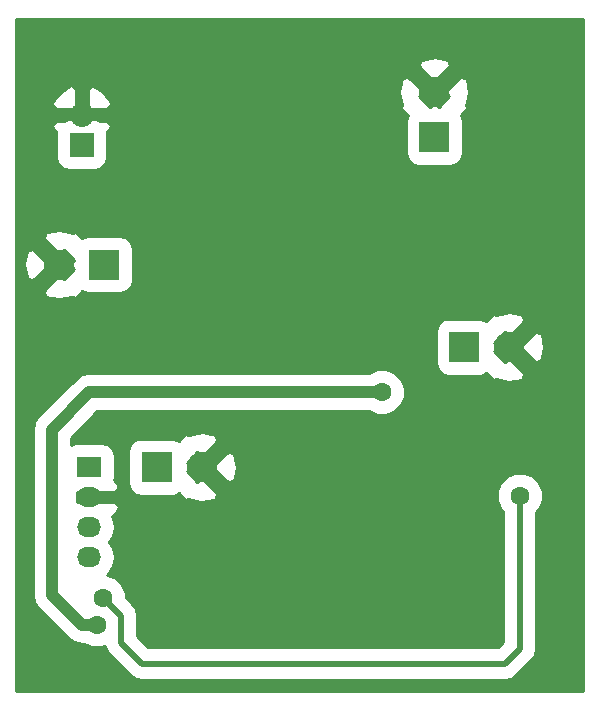
<source format=gbr>
G04 #@! TF.FileFunction,Copper,L2,Bot,Signal*
%FSLAX46Y46*%
G04 Gerber Fmt 4.6, Leading zero omitted, Abs format (unit mm)*
G04 Created by KiCad (PCBNEW 4.0.5+dfsg1-4~bpo8+1) date Tue Dec  5 21:37:09 2017*
%MOMM*%
%LPD*%
G01*
G04 APERTURE LIST*
%ADD10C,0.100000*%
%ADD11R,2.032000X2.032000*%
%ADD12O,2.032000X2.032000*%
%ADD13R,2.032000X1.727200*%
%ADD14O,2.032000X1.727200*%
%ADD15R,2.540000X2.540000*%
%ADD16C,2.540000*%
%ADD17C,1.600000*%
%ADD18C,1.000000*%
%ADD19C,0.500000*%
%ADD20C,0.254000*%
G04 APERTURE END LIST*
D10*
D11*
X123190000Y-81280000D03*
D12*
X123190000Y-78740000D03*
D13*
X123825000Y-108585000D03*
D14*
X123825000Y-111125000D03*
X123825000Y-113665000D03*
X123825000Y-116205000D03*
D15*
X125095000Y-91440000D03*
D16*
X121295000Y-91440000D03*
D15*
X153035000Y-80645000D03*
D16*
X153035000Y-76845000D03*
D15*
X155575000Y-98425000D03*
D16*
X159375000Y-98425000D03*
D15*
X129540000Y-108585000D03*
D16*
X133340000Y-108585000D03*
D17*
X143002000Y-72390000D03*
X142875000Y-77470000D03*
X148590000Y-102235000D03*
X124460000Y-121920000D03*
X160274000Y-110998000D03*
X124968000Y-119634000D03*
D18*
X142875000Y-77470000D02*
X142875000Y-72517000D01*
D19*
X142875000Y-72517000D02*
X143002000Y-72390000D01*
D18*
X148590000Y-102235000D02*
X123825000Y-102235000D01*
X123190000Y-121920000D02*
X124460000Y-121920000D01*
X120650000Y-119380000D02*
X123190000Y-121920000D01*
X120650000Y-105410000D02*
X120650000Y-119380000D01*
X123825000Y-102235000D02*
X120650000Y-105410000D01*
D19*
X124968000Y-119634000D02*
X126492000Y-121158000D01*
X160274000Y-123952000D02*
X160274000Y-110998000D01*
X159004000Y-125222000D02*
X160274000Y-123952000D01*
X128270000Y-125222000D02*
X159004000Y-125222000D01*
X126492000Y-123444000D02*
X128270000Y-125222000D01*
X126492000Y-121158000D02*
X126492000Y-123444000D01*
D20*
G36*
X165608000Y-127508000D02*
X117602000Y-127508000D01*
X117602000Y-105410000D01*
X119023000Y-105410000D01*
X119023000Y-119380000D01*
X119146848Y-120002626D01*
X119499537Y-120530463D01*
X122039535Y-123070460D01*
X122039537Y-123070463D01*
X122567374Y-123423152D01*
X123190000Y-123547000D01*
X123361349Y-123547000D01*
X123367017Y-123552678D01*
X124075014Y-123846665D01*
X124841622Y-123847334D01*
X125168373Y-123712323D01*
X125219818Y-123970955D01*
X125518314Y-124417686D01*
X127296314Y-126195686D01*
X127743045Y-126494182D01*
X128270000Y-126599000D01*
X159004000Y-126599000D01*
X159530955Y-126494182D01*
X159977686Y-126195686D01*
X161247686Y-124925686D01*
X161546182Y-124478955D01*
X161651000Y-123952000D01*
X161651000Y-112346216D01*
X161906678Y-112090983D01*
X162200665Y-111382986D01*
X162201334Y-110616378D01*
X161908584Y-109907868D01*
X161366983Y-109365322D01*
X160658986Y-109071335D01*
X159892378Y-109070666D01*
X159183868Y-109363416D01*
X158641322Y-109905017D01*
X158347335Y-110613014D01*
X158346666Y-111379622D01*
X158639416Y-112088132D01*
X158897000Y-112346165D01*
X158897000Y-123381628D01*
X158433628Y-123845000D01*
X128840372Y-123845000D01*
X127869000Y-122873628D01*
X127869000Y-121158000D01*
X127764182Y-120631045D01*
X127465686Y-120184314D01*
X126895019Y-119613647D01*
X126895334Y-119252378D01*
X126602584Y-118543868D01*
X126060983Y-118001322D01*
X125352986Y-117707335D01*
X125285209Y-117707276D01*
X125426951Y-117612567D01*
X125858459Y-116966770D01*
X126009984Y-116205000D01*
X125858459Y-115443230D01*
X125518870Y-114935000D01*
X125858459Y-114426770D01*
X126009984Y-113665000D01*
X125858459Y-112903230D01*
X125771849Y-112773609D01*
X126171811Y-112279787D01*
X126332536Y-111935199D01*
X126016022Y-111556800D01*
X124333000Y-111556800D01*
X124333000Y-111736782D01*
X124019384Y-111674400D01*
X123630616Y-111674400D01*
X123317000Y-111736782D01*
X123317000Y-111556800D01*
X122809000Y-111556800D01*
X122809000Y-110693200D01*
X123317000Y-110693200D01*
X123317000Y-110597679D01*
X124333000Y-110597679D01*
X124333000Y-110693200D01*
X126016022Y-110693200D01*
X126332536Y-110314801D01*
X126171811Y-109970213D01*
X125941927Y-109686382D01*
X125990079Y-109448600D01*
X125990079Y-107721400D01*
X125913610Y-107315000D01*
X127120921Y-107315000D01*
X127120921Y-109855000D01*
X127199506Y-110272641D01*
X127446331Y-110656219D01*
X127822944Y-110913548D01*
X128270000Y-111004079D01*
X130810000Y-111004079D01*
X131227641Y-110925494D01*
X131397482Y-110816205D01*
X132047221Y-111465944D01*
X132209850Y-111303315D01*
X133284037Y-111538226D01*
X134418447Y-111334841D01*
X134521854Y-111292008D01*
X134635123Y-110778148D01*
X133340000Y-109483026D01*
X132980790Y-109842236D01*
X132082764Y-108944210D01*
X132441974Y-108585000D01*
X134238026Y-108585000D01*
X135533148Y-109880123D01*
X136047008Y-109766854D01*
X136293226Y-108640963D01*
X136089841Y-107506553D01*
X136047008Y-107403146D01*
X135533148Y-107289877D01*
X134238026Y-108585000D01*
X132441974Y-108585000D01*
X132082764Y-108225790D01*
X132980790Y-107327764D01*
X133340000Y-107686974D01*
X134635123Y-106391852D01*
X134521854Y-105877992D01*
X133395963Y-105631774D01*
X132261553Y-105835159D01*
X132202701Y-105859536D01*
X132047221Y-105704056D01*
X131398310Y-106352967D01*
X131257056Y-106256452D01*
X130810000Y-106165921D01*
X128270000Y-106165921D01*
X127852359Y-106244506D01*
X127468781Y-106491331D01*
X127211452Y-106867944D01*
X127120921Y-107315000D01*
X125913610Y-107315000D01*
X125911494Y-107303759D01*
X125664669Y-106920181D01*
X125288056Y-106662852D01*
X124841000Y-106572321D01*
X122809000Y-106572321D01*
X122391359Y-106650906D01*
X122277000Y-106724494D01*
X122277000Y-106083926D01*
X124498926Y-103862000D01*
X147491349Y-103862000D01*
X147497017Y-103867678D01*
X148205014Y-104161665D01*
X148971622Y-104162334D01*
X149680132Y-103869584D01*
X150222678Y-103327983D01*
X150516665Y-102619986D01*
X150517334Y-101853378D01*
X150224584Y-101144868D01*
X149682983Y-100602322D01*
X148974986Y-100308335D01*
X148208378Y-100307666D01*
X147499868Y-100600416D01*
X147492271Y-100608000D01*
X123825000Y-100608000D01*
X123202374Y-100731848D01*
X122674537Y-101084537D01*
X119499537Y-104259537D01*
X119146848Y-104787374D01*
X119023000Y-105410000D01*
X117602000Y-105410000D01*
X117602000Y-97155000D01*
X153155921Y-97155000D01*
X153155921Y-99695000D01*
X153234506Y-100112641D01*
X153481331Y-100496219D01*
X153857944Y-100753548D01*
X154305000Y-100844079D01*
X156845000Y-100844079D01*
X157262641Y-100765494D01*
X157432482Y-100656205D01*
X158082221Y-101305944D01*
X158244850Y-101143315D01*
X159319037Y-101378226D01*
X160453447Y-101174841D01*
X160556854Y-101132008D01*
X160670123Y-100618148D01*
X159375000Y-99323026D01*
X159015790Y-99682236D01*
X158117764Y-98784210D01*
X158476974Y-98425000D01*
X160273026Y-98425000D01*
X161568148Y-99720123D01*
X162082008Y-99606854D01*
X162328226Y-98480963D01*
X162124841Y-97346553D01*
X162082008Y-97243146D01*
X161568148Y-97129877D01*
X160273026Y-98425000D01*
X158476974Y-98425000D01*
X158117764Y-98065790D01*
X159015790Y-97167764D01*
X159375000Y-97526974D01*
X160670123Y-96231852D01*
X160556854Y-95717992D01*
X159430963Y-95471774D01*
X158296553Y-95675159D01*
X158237701Y-95699536D01*
X158082221Y-95544056D01*
X157433310Y-96192967D01*
X157292056Y-96096452D01*
X156845000Y-96005921D01*
X154305000Y-96005921D01*
X153887359Y-96084506D01*
X153503781Y-96331331D01*
X153246452Y-96707944D01*
X153155921Y-97155000D01*
X117602000Y-97155000D01*
X117602000Y-91384037D01*
X118341774Y-91384037D01*
X118545159Y-92518447D01*
X118587992Y-92621854D01*
X119101852Y-92735123D01*
X120396974Y-91440000D01*
X119101852Y-90144877D01*
X118587992Y-90258146D01*
X118341774Y-91384037D01*
X117602000Y-91384037D01*
X117602000Y-89246852D01*
X119999877Y-89246852D01*
X121295000Y-90541974D01*
X121654210Y-90182764D01*
X122552236Y-91080790D01*
X122193026Y-91440000D01*
X122552236Y-91799210D01*
X121654210Y-92697236D01*
X121295000Y-92338026D01*
X119999877Y-93633148D01*
X120113146Y-94147008D01*
X121239037Y-94393226D01*
X122373447Y-94189841D01*
X122432299Y-94165464D01*
X122587779Y-94320944D01*
X123236690Y-93672033D01*
X123377944Y-93768548D01*
X123825000Y-93859079D01*
X126365000Y-93859079D01*
X126782641Y-93780494D01*
X127166219Y-93533669D01*
X127423548Y-93157056D01*
X127514079Y-92710000D01*
X127514079Y-90170000D01*
X127435494Y-89752359D01*
X127188669Y-89368781D01*
X126812056Y-89111452D01*
X126365000Y-89020921D01*
X123825000Y-89020921D01*
X123407359Y-89099506D01*
X123237518Y-89208795D01*
X122587779Y-88559056D01*
X122425150Y-88721685D01*
X121350963Y-88486774D01*
X120216553Y-88690159D01*
X120113146Y-88732992D01*
X119999877Y-89246852D01*
X117602000Y-89246852D01*
X117602000Y-79647493D01*
X120707682Y-79647493D01*
X120793024Y-79853583D01*
X121039701Y-80191013D01*
X121024921Y-80264000D01*
X121024921Y-82296000D01*
X121103506Y-82713641D01*
X121350331Y-83097219D01*
X121726944Y-83354548D01*
X122174000Y-83445079D01*
X124206000Y-83445079D01*
X124623641Y-83366494D01*
X125007219Y-83119669D01*
X125264548Y-82743056D01*
X125355079Y-82296000D01*
X125355079Y-80264000D01*
X125341131Y-80189874D01*
X125586976Y-79853583D01*
X125672318Y-79647493D01*
X125367786Y-79248000D01*
X124715327Y-79248000D01*
X124653056Y-79205452D01*
X124206000Y-79114921D01*
X122174000Y-79114921D01*
X121756359Y-79193506D01*
X121671673Y-79248000D01*
X121012214Y-79248000D01*
X120707682Y-79647493D01*
X117602000Y-79647493D01*
X117602000Y-77832507D01*
X120707682Y-77832507D01*
X121012214Y-78232000D01*
X122682000Y-78232000D01*
X122682000Y-76553008D01*
X123698000Y-76553008D01*
X123698000Y-78232000D01*
X125367786Y-78232000D01*
X125672318Y-77832507D01*
X125586976Y-77626417D01*
X124978367Y-76793901D01*
X124970378Y-76789037D01*
X150081774Y-76789037D01*
X150285159Y-77923447D01*
X150309536Y-77982299D01*
X150154056Y-78137779D01*
X150802967Y-78786690D01*
X150706452Y-78927944D01*
X150615921Y-79375000D01*
X150615921Y-81915000D01*
X150694506Y-82332641D01*
X150941331Y-82716219D01*
X151317944Y-82973548D01*
X151765000Y-83064079D01*
X154305000Y-83064079D01*
X154722641Y-82985494D01*
X155106219Y-82738669D01*
X155363548Y-82362056D01*
X155454079Y-81915000D01*
X155454079Y-79375000D01*
X155375494Y-78957359D01*
X155266205Y-78787518D01*
X155915944Y-78137779D01*
X155753315Y-77975150D01*
X155988226Y-76900963D01*
X155784841Y-75766553D01*
X155742008Y-75663146D01*
X155228148Y-75549877D01*
X153933026Y-76845000D01*
X154292236Y-77204210D01*
X153394210Y-78102236D01*
X153035000Y-77743026D01*
X152675790Y-78102236D01*
X151777764Y-77204210D01*
X152136974Y-76845000D01*
X150841852Y-75549877D01*
X150327992Y-75663146D01*
X150081774Y-76789037D01*
X124970378Y-76789037D01*
X124097496Y-76257660D01*
X123698000Y-76553008D01*
X122682000Y-76553008D01*
X122282504Y-76257660D01*
X121401633Y-76793901D01*
X120793024Y-77626417D01*
X120707682Y-77832507D01*
X117602000Y-77832507D01*
X117602000Y-74651852D01*
X151739877Y-74651852D01*
X153035000Y-75946974D01*
X154330123Y-74651852D01*
X154216854Y-74137992D01*
X153090963Y-73891774D01*
X151956553Y-74095159D01*
X151853146Y-74137992D01*
X151739877Y-74651852D01*
X117602000Y-74651852D01*
X117602000Y-70612000D01*
X165608000Y-70612000D01*
X165608000Y-127508000D01*
X165608000Y-127508000D01*
G37*
X165608000Y-127508000D02*
X117602000Y-127508000D01*
X117602000Y-105410000D01*
X119023000Y-105410000D01*
X119023000Y-119380000D01*
X119146848Y-120002626D01*
X119499537Y-120530463D01*
X122039535Y-123070460D01*
X122039537Y-123070463D01*
X122567374Y-123423152D01*
X123190000Y-123547000D01*
X123361349Y-123547000D01*
X123367017Y-123552678D01*
X124075014Y-123846665D01*
X124841622Y-123847334D01*
X125168373Y-123712323D01*
X125219818Y-123970955D01*
X125518314Y-124417686D01*
X127296314Y-126195686D01*
X127743045Y-126494182D01*
X128270000Y-126599000D01*
X159004000Y-126599000D01*
X159530955Y-126494182D01*
X159977686Y-126195686D01*
X161247686Y-124925686D01*
X161546182Y-124478955D01*
X161651000Y-123952000D01*
X161651000Y-112346216D01*
X161906678Y-112090983D01*
X162200665Y-111382986D01*
X162201334Y-110616378D01*
X161908584Y-109907868D01*
X161366983Y-109365322D01*
X160658986Y-109071335D01*
X159892378Y-109070666D01*
X159183868Y-109363416D01*
X158641322Y-109905017D01*
X158347335Y-110613014D01*
X158346666Y-111379622D01*
X158639416Y-112088132D01*
X158897000Y-112346165D01*
X158897000Y-123381628D01*
X158433628Y-123845000D01*
X128840372Y-123845000D01*
X127869000Y-122873628D01*
X127869000Y-121158000D01*
X127764182Y-120631045D01*
X127465686Y-120184314D01*
X126895019Y-119613647D01*
X126895334Y-119252378D01*
X126602584Y-118543868D01*
X126060983Y-118001322D01*
X125352986Y-117707335D01*
X125285209Y-117707276D01*
X125426951Y-117612567D01*
X125858459Y-116966770D01*
X126009984Y-116205000D01*
X125858459Y-115443230D01*
X125518870Y-114935000D01*
X125858459Y-114426770D01*
X126009984Y-113665000D01*
X125858459Y-112903230D01*
X125771849Y-112773609D01*
X126171811Y-112279787D01*
X126332536Y-111935199D01*
X126016022Y-111556800D01*
X124333000Y-111556800D01*
X124333000Y-111736782D01*
X124019384Y-111674400D01*
X123630616Y-111674400D01*
X123317000Y-111736782D01*
X123317000Y-111556800D01*
X122809000Y-111556800D01*
X122809000Y-110693200D01*
X123317000Y-110693200D01*
X123317000Y-110597679D01*
X124333000Y-110597679D01*
X124333000Y-110693200D01*
X126016022Y-110693200D01*
X126332536Y-110314801D01*
X126171811Y-109970213D01*
X125941927Y-109686382D01*
X125990079Y-109448600D01*
X125990079Y-107721400D01*
X125913610Y-107315000D01*
X127120921Y-107315000D01*
X127120921Y-109855000D01*
X127199506Y-110272641D01*
X127446331Y-110656219D01*
X127822944Y-110913548D01*
X128270000Y-111004079D01*
X130810000Y-111004079D01*
X131227641Y-110925494D01*
X131397482Y-110816205D01*
X132047221Y-111465944D01*
X132209850Y-111303315D01*
X133284037Y-111538226D01*
X134418447Y-111334841D01*
X134521854Y-111292008D01*
X134635123Y-110778148D01*
X133340000Y-109483026D01*
X132980790Y-109842236D01*
X132082764Y-108944210D01*
X132441974Y-108585000D01*
X134238026Y-108585000D01*
X135533148Y-109880123D01*
X136047008Y-109766854D01*
X136293226Y-108640963D01*
X136089841Y-107506553D01*
X136047008Y-107403146D01*
X135533148Y-107289877D01*
X134238026Y-108585000D01*
X132441974Y-108585000D01*
X132082764Y-108225790D01*
X132980790Y-107327764D01*
X133340000Y-107686974D01*
X134635123Y-106391852D01*
X134521854Y-105877992D01*
X133395963Y-105631774D01*
X132261553Y-105835159D01*
X132202701Y-105859536D01*
X132047221Y-105704056D01*
X131398310Y-106352967D01*
X131257056Y-106256452D01*
X130810000Y-106165921D01*
X128270000Y-106165921D01*
X127852359Y-106244506D01*
X127468781Y-106491331D01*
X127211452Y-106867944D01*
X127120921Y-107315000D01*
X125913610Y-107315000D01*
X125911494Y-107303759D01*
X125664669Y-106920181D01*
X125288056Y-106662852D01*
X124841000Y-106572321D01*
X122809000Y-106572321D01*
X122391359Y-106650906D01*
X122277000Y-106724494D01*
X122277000Y-106083926D01*
X124498926Y-103862000D01*
X147491349Y-103862000D01*
X147497017Y-103867678D01*
X148205014Y-104161665D01*
X148971622Y-104162334D01*
X149680132Y-103869584D01*
X150222678Y-103327983D01*
X150516665Y-102619986D01*
X150517334Y-101853378D01*
X150224584Y-101144868D01*
X149682983Y-100602322D01*
X148974986Y-100308335D01*
X148208378Y-100307666D01*
X147499868Y-100600416D01*
X147492271Y-100608000D01*
X123825000Y-100608000D01*
X123202374Y-100731848D01*
X122674537Y-101084537D01*
X119499537Y-104259537D01*
X119146848Y-104787374D01*
X119023000Y-105410000D01*
X117602000Y-105410000D01*
X117602000Y-97155000D01*
X153155921Y-97155000D01*
X153155921Y-99695000D01*
X153234506Y-100112641D01*
X153481331Y-100496219D01*
X153857944Y-100753548D01*
X154305000Y-100844079D01*
X156845000Y-100844079D01*
X157262641Y-100765494D01*
X157432482Y-100656205D01*
X158082221Y-101305944D01*
X158244850Y-101143315D01*
X159319037Y-101378226D01*
X160453447Y-101174841D01*
X160556854Y-101132008D01*
X160670123Y-100618148D01*
X159375000Y-99323026D01*
X159015790Y-99682236D01*
X158117764Y-98784210D01*
X158476974Y-98425000D01*
X160273026Y-98425000D01*
X161568148Y-99720123D01*
X162082008Y-99606854D01*
X162328226Y-98480963D01*
X162124841Y-97346553D01*
X162082008Y-97243146D01*
X161568148Y-97129877D01*
X160273026Y-98425000D01*
X158476974Y-98425000D01*
X158117764Y-98065790D01*
X159015790Y-97167764D01*
X159375000Y-97526974D01*
X160670123Y-96231852D01*
X160556854Y-95717992D01*
X159430963Y-95471774D01*
X158296553Y-95675159D01*
X158237701Y-95699536D01*
X158082221Y-95544056D01*
X157433310Y-96192967D01*
X157292056Y-96096452D01*
X156845000Y-96005921D01*
X154305000Y-96005921D01*
X153887359Y-96084506D01*
X153503781Y-96331331D01*
X153246452Y-96707944D01*
X153155921Y-97155000D01*
X117602000Y-97155000D01*
X117602000Y-91384037D01*
X118341774Y-91384037D01*
X118545159Y-92518447D01*
X118587992Y-92621854D01*
X119101852Y-92735123D01*
X120396974Y-91440000D01*
X119101852Y-90144877D01*
X118587992Y-90258146D01*
X118341774Y-91384037D01*
X117602000Y-91384037D01*
X117602000Y-89246852D01*
X119999877Y-89246852D01*
X121295000Y-90541974D01*
X121654210Y-90182764D01*
X122552236Y-91080790D01*
X122193026Y-91440000D01*
X122552236Y-91799210D01*
X121654210Y-92697236D01*
X121295000Y-92338026D01*
X119999877Y-93633148D01*
X120113146Y-94147008D01*
X121239037Y-94393226D01*
X122373447Y-94189841D01*
X122432299Y-94165464D01*
X122587779Y-94320944D01*
X123236690Y-93672033D01*
X123377944Y-93768548D01*
X123825000Y-93859079D01*
X126365000Y-93859079D01*
X126782641Y-93780494D01*
X127166219Y-93533669D01*
X127423548Y-93157056D01*
X127514079Y-92710000D01*
X127514079Y-90170000D01*
X127435494Y-89752359D01*
X127188669Y-89368781D01*
X126812056Y-89111452D01*
X126365000Y-89020921D01*
X123825000Y-89020921D01*
X123407359Y-89099506D01*
X123237518Y-89208795D01*
X122587779Y-88559056D01*
X122425150Y-88721685D01*
X121350963Y-88486774D01*
X120216553Y-88690159D01*
X120113146Y-88732992D01*
X119999877Y-89246852D01*
X117602000Y-89246852D01*
X117602000Y-79647493D01*
X120707682Y-79647493D01*
X120793024Y-79853583D01*
X121039701Y-80191013D01*
X121024921Y-80264000D01*
X121024921Y-82296000D01*
X121103506Y-82713641D01*
X121350331Y-83097219D01*
X121726944Y-83354548D01*
X122174000Y-83445079D01*
X124206000Y-83445079D01*
X124623641Y-83366494D01*
X125007219Y-83119669D01*
X125264548Y-82743056D01*
X125355079Y-82296000D01*
X125355079Y-80264000D01*
X125341131Y-80189874D01*
X125586976Y-79853583D01*
X125672318Y-79647493D01*
X125367786Y-79248000D01*
X124715327Y-79248000D01*
X124653056Y-79205452D01*
X124206000Y-79114921D01*
X122174000Y-79114921D01*
X121756359Y-79193506D01*
X121671673Y-79248000D01*
X121012214Y-79248000D01*
X120707682Y-79647493D01*
X117602000Y-79647493D01*
X117602000Y-77832507D01*
X120707682Y-77832507D01*
X121012214Y-78232000D01*
X122682000Y-78232000D01*
X122682000Y-76553008D01*
X123698000Y-76553008D01*
X123698000Y-78232000D01*
X125367786Y-78232000D01*
X125672318Y-77832507D01*
X125586976Y-77626417D01*
X124978367Y-76793901D01*
X124970378Y-76789037D01*
X150081774Y-76789037D01*
X150285159Y-77923447D01*
X150309536Y-77982299D01*
X150154056Y-78137779D01*
X150802967Y-78786690D01*
X150706452Y-78927944D01*
X150615921Y-79375000D01*
X150615921Y-81915000D01*
X150694506Y-82332641D01*
X150941331Y-82716219D01*
X151317944Y-82973548D01*
X151765000Y-83064079D01*
X154305000Y-83064079D01*
X154722641Y-82985494D01*
X155106219Y-82738669D01*
X155363548Y-82362056D01*
X155454079Y-81915000D01*
X155454079Y-79375000D01*
X155375494Y-78957359D01*
X155266205Y-78787518D01*
X155915944Y-78137779D01*
X155753315Y-77975150D01*
X155988226Y-76900963D01*
X155784841Y-75766553D01*
X155742008Y-75663146D01*
X155228148Y-75549877D01*
X153933026Y-76845000D01*
X154292236Y-77204210D01*
X153394210Y-78102236D01*
X153035000Y-77743026D01*
X152675790Y-78102236D01*
X151777764Y-77204210D01*
X152136974Y-76845000D01*
X150841852Y-75549877D01*
X150327992Y-75663146D01*
X150081774Y-76789037D01*
X124970378Y-76789037D01*
X124097496Y-76257660D01*
X123698000Y-76553008D01*
X122682000Y-76553008D01*
X122282504Y-76257660D01*
X121401633Y-76793901D01*
X120793024Y-77626417D01*
X120707682Y-77832507D01*
X117602000Y-77832507D01*
X117602000Y-74651852D01*
X151739877Y-74651852D01*
X153035000Y-75946974D01*
X154330123Y-74651852D01*
X154216854Y-74137992D01*
X153090963Y-73891774D01*
X151956553Y-74095159D01*
X151853146Y-74137992D01*
X151739877Y-74651852D01*
X117602000Y-74651852D01*
X117602000Y-70612000D01*
X165608000Y-70612000D01*
X165608000Y-127508000D01*
M02*

</source>
